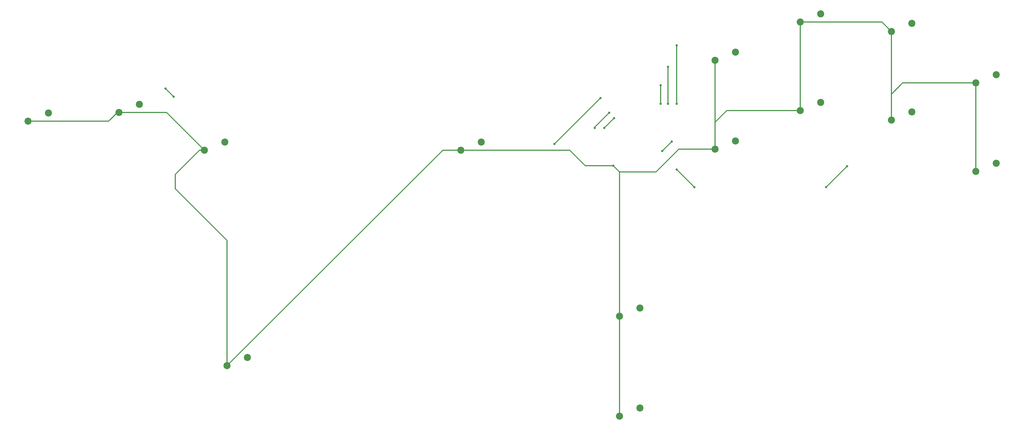
<source format=gbr>
%TF.GenerationSoftware,KiCad,Pcbnew,7.0.5*%
%TF.CreationDate,2023-07-28T19:17:22-07:00*%
%TF.ProjectId,BrookHitbox,42726f6f-6b48-4697-9462-6f782e6b6963,rev?*%
%TF.SameCoordinates,Original*%
%TF.FileFunction,Copper,L1,Top*%
%TF.FilePolarity,Positive*%
%FSLAX46Y46*%
G04 Gerber Fmt 4.6, Leading zero omitted, Abs format (unit mm)*
G04 Created by KiCad (PCBNEW 7.0.5) date 2023-07-28 19:17:22*
%MOMM*%
%LPD*%
G01*
G04 APERTURE LIST*
%TA.AperFunction,ComponentPad*%
%ADD10C,2.200000*%
%TD*%
%TA.AperFunction,ViaPad*%
%ADD11C,0.700000*%
%TD*%
%TA.AperFunction,Conductor*%
%ADD12C,0.300000*%
%TD*%
G04 APERTURE END LIST*
D10*
%TO.P,SW_TRIANGLE1,1,PIN1*%
%TO.N,/TRI*%
X308780000Y-81941000D03*
%TO.P,SW_TRIANGLE1,2,PIN2*%
%TO.N,GND*%
X302430000Y-84481000D03*
%TD*%
%TO.P,SW_PSXBOX1,1,PIN1*%
%TO.N,/PS*%
X252560000Y-204841000D03*
%TO.P,SW_PSXBOX1,2,PIN2*%
%TO.N,GND*%
X246210000Y-207381000D03*
%TD*%
%TO.P,SW_SELECT1,1,PIN1*%
%TO.N,/SEL*%
X252560000Y-173656000D03*
%TO.P,SW_SELECT1,2,PIN2*%
%TO.N,GND*%
X246210000Y-176196000D03*
%TD*%
%TO.P,SW_SQUARE1,1,PIN1*%
%TO.N,/SQU*%
X282262000Y-93937000D03*
%TO.P,SW_SQUARE1,2,PIN2*%
%TO.N,GND*%
X275912000Y-96477000D03*
%TD*%
%TO.P,SW_R1,1,PIN1*%
%TO.N,/R1*%
X337135000Y-84916000D03*
%TO.P,SW_R1,2,PIN2*%
%TO.N,GND*%
X330785000Y-87456000D03*
%TD*%
%TO.P,SW_CIRCLE1,1,PIN1*%
%TO.N,/CIR*%
X308780000Y-109551000D03*
%TO.P,SW_CIRCLE1,2,PIN2*%
%TO.N,GND*%
X302430000Y-112091000D03*
%TD*%
%TO.P,SW_DOWN1,1,PIN1*%
%TO.N,/DWN*%
X96896000Y-110157000D03*
%TO.P,SW_DOWN1,2,PIN2*%
%TO.N,GND*%
X90546000Y-112697000D03*
%TD*%
%TO.P,SW_L2,1,PIN1*%
%TO.N,/L2*%
X363358000Y-128562000D03*
%TO.P,SW_L2,2,PIN2*%
%TO.N,GND*%
X357008000Y-131102000D03*
%TD*%
%TO.P,SW_RIGHT1,1,PIN1*%
%TO.N,/RT*%
X123468000Y-121920000D03*
%TO.P,SW_RIGHT1,2,PIN2*%
%TO.N,GND*%
X117118000Y-124460000D03*
%TD*%
%TO.P,SW_LEFT1,1,PIN1*%
%TO.N,/LFT*%
X68540000Y-112883000D03*
%TO.P,SW_LEFT1,2,PIN2*%
%TO.N,GND*%
X62190000Y-115423000D03*
%TD*%
%TO.P,SW_START1,1,PIN1*%
%TO.N,/STA*%
X203200000Y-121920000D03*
%TO.P,SW_START1,2,PIN2*%
%TO.N,GND*%
X196850000Y-124460000D03*
%TD*%
%TO.P,SW_R2,1,PIN1*%
%TO.N,/R2*%
X337135000Y-112526000D03*
%TO.P,SW_R2,2,PIN2*%
%TO.N,GND*%
X330785000Y-115066000D03*
%TD*%
%TO.P,SW_X1,1,PIN1*%
%TO.N,/X*%
X282262000Y-121546000D03*
%TO.P,SW_X1,2,PIN2*%
%TO.N,GND*%
X275912000Y-124086000D03*
%TD*%
%TO.P,SW_L1,1,PIN1*%
%TO.N,/L1*%
X363358000Y-100952000D03*
%TO.P,SW_L1,2,PIN2*%
%TO.N,GND*%
X357008000Y-103492000D03*
%TD*%
%TO.P,SW_UP1,1,PIN1*%
%TO.N,/UP*%
X130427000Y-189071000D03*
%TO.P,SW_UP1,2,PIN2*%
%TO.N,GND*%
X124077000Y-191611000D03*
%TD*%
D11*
%TO.N,/UP*%
X226000000Y-122500000D03*
X240250000Y-108250000D03*
%TO.N,GND*%
X244250000Y-129250000D03*
%TO.N,/PS*%
X238500000Y-117500000D03*
X243000000Y-112750000D03*
%TO.N,/SEL*%
X241500000Y-117500000D03*
X244500000Y-114500000D03*
%TO.N,/R2*%
X317000000Y-129500000D03*
X310500000Y-136000000D03*
X264000000Y-130500000D03*
X269500000Y-136000000D03*
%TO.N,/CIR*%
X262500000Y-121750000D03*
X259500000Y-124750000D03*
%TO.N,/L1*%
X264000000Y-91750000D03*
X264000000Y-110000000D03*
%TO.N,/R1*%
X261250000Y-98500000D03*
X261250000Y-110000000D03*
%TO.N,/TRI*%
X259000000Y-104250000D03*
X259000000Y-110000000D03*
%TO.N,/LFT*%
X105000000Y-105250000D03*
X107500000Y-107750000D03*
%TD*%
D12*
%TO.N,GND*%
X334293000Y-103492000D02*
X330785000Y-107000000D01*
X330785000Y-87456000D02*
X330785000Y-107000000D01*
X357008000Y-103492000D02*
X337750000Y-103492000D01*
X337750000Y-103492000D02*
X334293000Y-103492000D01*
X330785000Y-107000000D02*
X330785000Y-115066000D01*
X264664000Y-124086000D02*
X257540000Y-131210000D01*
X275912000Y-124086000D02*
X264664000Y-124086000D01*
X257540000Y-131210000D02*
X246210000Y-131210000D01*
X302430000Y-112091000D02*
X279571000Y-112091000D01*
X279571000Y-112091000D02*
X275912000Y-115750000D01*
X275912000Y-115750000D02*
X275912000Y-124086000D01*
X275912000Y-96477000D02*
X275912000Y-115750000D01*
X327810000Y-84481000D02*
X302430000Y-84481000D01*
X330785000Y-87456000D02*
X327810000Y-84481000D01*
%TO.N,/UP*%
X240250000Y-108250000D02*
X226000000Y-122500000D01*
%TO.N,GND*%
X246210000Y-131210000D02*
X246210000Y-176196000D01*
X244250000Y-129250000D02*
X246210000Y-131210000D01*
X230710000Y-124460000D02*
X196850000Y-124460000D01*
X244250000Y-129250000D02*
X235500000Y-129250000D01*
X235500000Y-129250000D02*
X230710000Y-124460000D01*
X191228000Y-124460000D02*
X196850000Y-124460000D01*
X124077000Y-191611000D02*
X191228000Y-124460000D01*
X108000000Y-132022366D02*
X115562366Y-124460000D01*
X115562366Y-124460000D02*
X117118000Y-124460000D01*
X108000000Y-136500000D02*
X108000000Y-132022366D01*
X124077000Y-152577000D02*
X108000000Y-136500000D01*
X124077000Y-191611000D02*
X124077000Y-152577000D01*
X90546000Y-112697000D02*
X105355000Y-112697000D01*
X105355000Y-112697000D02*
X117118000Y-124460000D01*
X90048233Y-112697000D02*
X90546000Y-112697000D01*
X87322233Y-115423000D02*
X90048233Y-112697000D01*
X62190000Y-115423000D02*
X87322233Y-115423000D01*
X246210000Y-207381000D02*
X246210000Y-176196000D01*
%TO.N,/PS*%
X238500000Y-117250000D02*
X238500000Y-117500000D01*
X243000000Y-112750000D02*
X238500000Y-117250000D01*
%TO.N,/SEL*%
X244500000Y-114500000D02*
X241500000Y-117500000D01*
%TO.N,/R2*%
X310500000Y-136000000D02*
X317000000Y-129500000D01*
X264000000Y-130500000D02*
X269500000Y-136000000D01*
%TO.N,GND*%
X357008000Y-103492000D02*
X357008000Y-131102000D01*
X302430000Y-84481000D02*
X302430000Y-112091000D01*
%TO.N,/CIR*%
X259500000Y-124750000D02*
X262500000Y-121750000D01*
%TO.N,/L1*%
X264000000Y-110000000D02*
X264000000Y-91750000D01*
%TO.N,/R1*%
X261250000Y-110000000D02*
X261250000Y-98500000D01*
%TO.N,/TRI*%
X259000000Y-110000000D02*
X259000000Y-104250000D01*
%TO.N,/LFT*%
X107500000Y-107750000D02*
X105000000Y-105250000D01*
%TD*%
M02*

</source>
